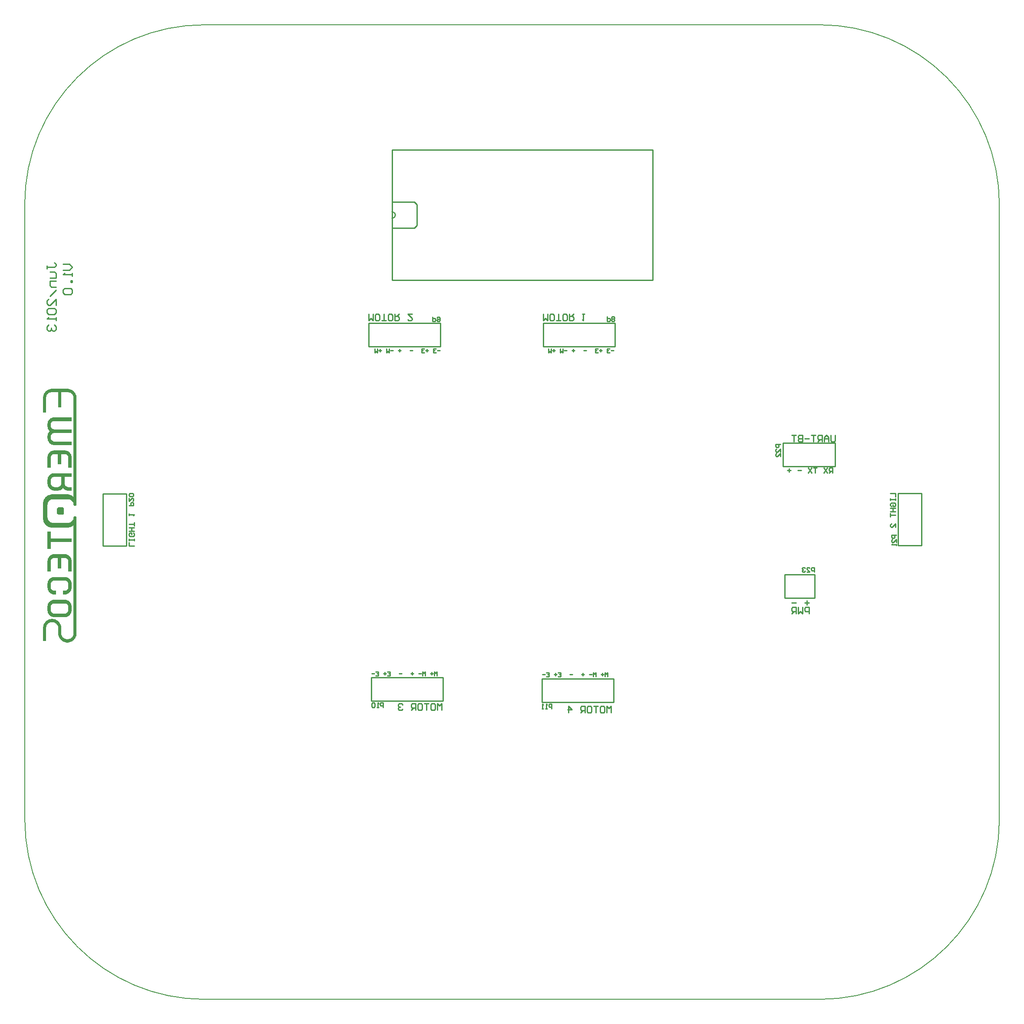
<source format=gbo>
%FSLAX23Y23*%
%MOIN*%
G70*
G01*
G75*
G04 Layer_Color=32896*
%ADD10C,0.008*%
%ADD11C,0.059*%
%ADD12R,0.035X0.037*%
%ADD13R,0.035X0.037*%
%ADD14R,0.045X0.069*%
%ADD15R,0.055X0.047*%
%ADD16R,0.055X0.043*%
%ADD17O,0.024X0.087*%
%ADD18R,0.039X0.094*%
%ADD19R,0.130X0.094*%
%ADD20O,0.065X0.022*%
%ADD21O,0.022X0.065*%
%ADD22R,0.043X0.055*%
%ADD23R,0.043X0.067*%
%ADD24R,0.067X0.043*%
%ADD25R,0.050X0.100*%
%ADD26R,0.057X0.094*%
%ADD27R,0.069X0.045*%
G04:AMPARAMS|DCode=28|XSize=69mil|YSize=45mil|CornerRadius=0mil|HoleSize=0mil|Usage=FLASHONLY|Rotation=225.000|XOffset=0mil|YOffset=0mil|HoleType=Round|Shape=Rectangle|*
%AMROTATEDRECTD28*
4,1,4,0.008,0.040,0.040,0.008,-0.008,-0.040,-0.040,-0.008,0.008,0.040,0.0*
%
%ADD28ROTATEDRECTD28*%

G04:AMPARAMS|DCode=29|XSize=69mil|YSize=45mil|CornerRadius=0mil|HoleSize=0mil|Usage=FLASHONLY|Rotation=315.000|XOffset=0mil|YOffset=0mil|HoleType=Round|Shape=Rectangle|*
%AMROTATEDRECTD29*
4,1,4,-0.040,0.008,-0.008,0.040,0.040,-0.008,0.008,-0.040,-0.040,0.008,0.0*
%
%ADD29ROTATEDRECTD29*%

%ADD30R,0.047X0.047*%
%ADD31R,0.047X0.047*%
G04:AMPARAMS|DCode=32|XSize=47mil|YSize=47mil|CornerRadius=0mil|HoleSize=0mil|Usage=FLASHONLY|Rotation=225.000|XOffset=0mil|YOffset=0mil|HoleType=Round|Shape=Rectangle|*
%AMROTATEDRECTD32*
4,1,4,0.000,0.033,0.033,0.000,0.000,-0.033,-0.033,0.000,0.000,0.033,0.0*
%
%ADD32ROTATEDRECTD32*%

G04:AMPARAMS|DCode=33|XSize=47mil|YSize=47mil|CornerRadius=0mil|HoleSize=0mil|Usage=FLASHONLY|Rotation=315.000|XOffset=0mil|YOffset=0mil|HoleType=Round|Shape=Rectangle|*
%AMROTATEDRECTD33*
4,1,4,-0.033,0.000,0.000,0.033,0.033,0.000,0.000,-0.033,-0.033,0.000,0.0*
%
%ADD33ROTATEDRECTD33*%

%ADD34O,0.022X0.010*%
%ADD35O,0.010X0.022*%
%ADD36C,0.010*%
%ADD37C,0.012*%
%ADD38C,0.009*%
%ADD39C,0.020*%
%ADD40C,0.030*%
%ADD41C,0.005*%
%ADD42R,0.047X0.047*%
%ADD43C,0.047*%
%ADD44C,0.060*%
%ADD45C,0.063*%
%ADD46R,0.060X0.060*%
%ADD47R,0.059X0.059*%
%ADD48R,0.059X0.059*%
%ADD49C,0.051*%
%ADD50C,0.039*%
%ADD51R,0.047X0.047*%
%ADD52O,0.100X0.050*%
%ADD53R,0.100X0.050*%
%ADD54C,0.031*%
%ADD55C,0.024*%
%ADD56C,0.026*%
%ADD57C,0.004*%
%ADD58C,0.010*%
%ADD59C,0.008*%
%ADD60C,0.024*%
%ADD61C,0.016*%
%ADD62C,0.001*%
%ADD63C,0.020*%
%ADD64C,0.006*%
%ADD65C,0.067*%
%ADD66R,0.043X0.045*%
%ADD67R,0.043X0.045*%
%ADD68R,0.053X0.077*%
%ADD69R,0.063X0.055*%
%ADD70R,0.063X0.051*%
%ADD71O,0.032X0.095*%
%ADD72R,0.047X0.102*%
%ADD73R,0.138X0.102*%
%ADD74O,0.073X0.030*%
%ADD75O,0.030X0.073*%
%ADD76R,0.051X0.063*%
%ADD77R,0.051X0.075*%
%ADD78R,0.075X0.051*%
%ADD79R,0.058X0.108*%
%ADD80R,0.065X0.102*%
%ADD81R,0.077X0.053*%
G04:AMPARAMS|DCode=82|XSize=77mil|YSize=53mil|CornerRadius=0mil|HoleSize=0mil|Usage=FLASHONLY|Rotation=225.000|XOffset=0mil|YOffset=0mil|HoleType=Round|Shape=Rectangle|*
%AMROTATEDRECTD82*
4,1,4,0.008,0.046,0.046,0.008,-0.008,-0.046,-0.046,-0.008,0.008,0.046,0.0*
%
%ADD82ROTATEDRECTD82*%

G04:AMPARAMS|DCode=83|XSize=77mil|YSize=53mil|CornerRadius=0mil|HoleSize=0mil|Usage=FLASHONLY|Rotation=315.000|XOffset=0mil|YOffset=0mil|HoleType=Round|Shape=Rectangle|*
%AMROTATEDRECTD83*
4,1,4,-0.046,0.008,-0.008,0.046,0.046,-0.008,0.008,-0.046,-0.046,0.008,0.0*
%
%ADD83ROTATEDRECTD83*%

%ADD84R,0.055X0.055*%
%ADD85R,0.055X0.055*%
G04:AMPARAMS|DCode=86|XSize=55mil|YSize=55mil|CornerRadius=0mil|HoleSize=0mil|Usage=FLASHONLY|Rotation=225.000|XOffset=0mil|YOffset=0mil|HoleType=Round|Shape=Rectangle|*
%AMROTATEDRECTD86*
4,1,4,0.000,0.039,0.039,0.000,0.000,-0.039,-0.039,0.000,0.000,0.039,0.0*
%
%ADD86ROTATEDRECTD86*%

G04:AMPARAMS|DCode=87|XSize=55mil|YSize=55mil|CornerRadius=0mil|HoleSize=0mil|Usage=FLASHONLY|Rotation=315.000|XOffset=0mil|YOffset=0mil|HoleType=Round|Shape=Rectangle|*
%AMROTATEDRECTD87*
4,1,4,-0.039,0.000,0.000,0.039,0.039,0.000,0.000,-0.039,-0.039,0.000,0.0*
%
%ADD87ROTATEDRECTD87*%

%ADD88O,0.030X0.018*%
%ADD89O,0.018X0.030*%
%ADD90R,0.055X0.055*%
%ADD91C,0.055*%
%ADD92C,0.068*%
%ADD93C,0.071*%
%ADD94R,0.068X0.068*%
%ADD95R,0.067X0.067*%
%ADD96R,0.067X0.067*%
%ADD97C,0.059*%
%ADD98C,0.047*%
%ADD99R,0.055X0.055*%
%ADD100O,0.108X0.058*%
%ADD101R,0.108X0.058*%
%ADD102C,0.032*%
%ADD103C,0.002*%
D36*
X-920Y2255D02*
G03*
X-920Y2305I0J25D01*
G01*
X-920Y2205D02*
Y2255D01*
X-750Y2180D02*
X-730Y2200D01*
X-920Y2255D02*
Y2780D01*
X1080Y1780D02*
Y2780D01*
X-920Y1780D02*
Y2205D01*
Y1780D02*
X1080D01*
X-920Y2780D02*
X1080D01*
X-920Y2380D02*
X-750D01*
X-730Y2360D01*
X-920Y2180D02*
X-750D01*
X-730Y2200D02*
Y2360D01*
X790Y1270D02*
Y1450D01*
X240D02*
X790D01*
X240Y1270D02*
Y1450D01*
Y1270D02*
X790D01*
X-550D02*
Y1450D01*
X-1100D02*
X-550D01*
X-1100Y1270D02*
Y1450D01*
Y1270D02*
X-550D01*
X-530Y-1450D02*
Y-1270D01*
X-1080D02*
X-530D01*
X-1080Y-1450D02*
Y-1270D01*
Y-1450D02*
X-530D01*
X780Y-1460D02*
Y-1280D01*
X230D02*
X780D01*
X230Y-1460D02*
Y-1280D01*
Y-1460D02*
X780D01*
X2965Y145D02*
X3145D01*
X2965Y-255D02*
Y145D01*
Y-255D02*
X3145D01*
Y145D01*
X-3140Y140D02*
X-2960D01*
X-3140Y-260D02*
Y140D01*
Y-260D02*
X-2960D01*
Y140D01*
X2080Y350D02*
X2480D01*
X2080D02*
Y530D01*
X2480D01*
Y350D02*
Y530D01*
X2094Y-661D02*
Y-481D01*
Y-661D02*
X2324D01*
Y-481D01*
X2094D02*
X2324D01*
X2950Y-175D02*
X2915D01*
Y-192D01*
X2921Y-198D01*
X2933D01*
X2938Y-192D01*
Y-175D01*
X2950Y-233D02*
Y-210D01*
X2927Y-233D01*
X2921D01*
X2915Y-227D01*
Y-216D01*
X2921Y-210D01*
X2950Y-245D02*
Y-257D01*
Y-251D01*
X2915D01*
X2921Y-245D01*
X729Y1500D02*
Y1465D01*
X746D01*
X752Y1471D01*
Y1483D01*
X746Y1488D01*
X729D01*
X764Y1471D02*
X770Y1465D01*
X781D01*
X787Y1471D01*
Y1477D01*
X781Y1483D01*
X787Y1488D01*
Y1494D01*
X781Y1500D01*
X770D01*
X764Y1494D01*
Y1488D01*
X770Y1483D01*
X764Y1477D01*
Y1471D01*
X770Y1483D02*
X781D01*
X-611Y1498D02*
Y1463D01*
X-594D01*
X-588Y1469D01*
Y1481D01*
X-594Y1486D01*
X-611D01*
X-576Y1492D02*
X-570Y1498D01*
X-559D01*
X-553Y1492D01*
Y1469D01*
X-559Y1463D01*
X-570D01*
X-576Y1469D01*
Y1475D01*
X-570Y1481D01*
X-553D01*
X-989Y-1498D02*
Y-1463D01*
X-1006D01*
X-1012Y-1469D01*
Y-1481D01*
X-1006Y-1486D01*
X-989D01*
X-1024Y-1498D02*
X-1036D01*
X-1030D01*
Y-1463D01*
X-1024Y-1469D01*
X-1053D02*
X-1059Y-1463D01*
X-1071D01*
X-1076Y-1469D01*
Y-1492D01*
X-1071Y-1498D01*
X-1059D01*
X-1053Y-1492D01*
Y-1469D01*
X305Y-1509D02*
Y-1474D01*
X288D01*
X282Y-1480D01*
Y-1492D01*
X288Y-1497D01*
X305D01*
X270Y-1509D02*
X258D01*
X264D01*
Y-1474D01*
X270Y-1480D01*
X241Y-1509D02*
X229D01*
X235D01*
Y-1474D01*
X241Y-1480D01*
X-2940Y50D02*
X-2905D01*
Y67D01*
X-2911Y73D01*
X-2923D01*
X-2928Y67D01*
Y50D01*
X-2940Y108D02*
Y85D01*
X-2917Y108D01*
X-2911D01*
X-2905Y102D01*
Y91D01*
X-2911Y85D01*
Y120D02*
X-2905Y126D01*
Y137D01*
X-2911Y143D01*
X-2934D01*
X-2940Y137D01*
Y126D01*
X-2934Y120D01*
X-2911D01*
X2060Y520D02*
X2025D01*
Y503D01*
X2031Y497D01*
X2043D01*
X2048Y503D01*
Y520D01*
X2060Y462D02*
Y485D01*
X2037Y462D01*
X2031D01*
X2025Y468D01*
Y479D01*
X2031Y485D01*
X2060Y427D02*
Y450D01*
X2037Y427D01*
X2031D01*
X2025Y433D01*
Y444D01*
X2031Y450D01*
X2320Y-460D02*
Y-425D01*
X2303D01*
X2297Y-431D01*
Y-443D01*
X2303Y-448D01*
X2320D01*
X2262Y-460D02*
X2285D01*
X2262Y-437D01*
Y-431D01*
X2268Y-425D01*
X2279D01*
X2285Y-431D01*
X2250D02*
X2244Y-425D01*
X2233D01*
X2227Y-431D01*
Y-437D01*
X2233Y-443D01*
X2238D01*
X2233D01*
X2227Y-448D01*
Y-454D01*
X2233Y-460D01*
X2244D01*
X2250Y-454D01*
X2905Y145D02*
X2945D01*
Y118D01*
X2905Y105D02*
Y92D01*
Y98D01*
X2945D01*
Y105D01*
Y92D01*
X2912Y45D02*
X2905Y52D01*
Y65D01*
X2912Y72D01*
X2938D01*
X2945Y65D01*
Y52D01*
X2938Y45D01*
X2925D01*
Y58D01*
X2905Y32D02*
X2945D01*
X2925D01*
Y5D01*
X2905D01*
X2945D01*
X2905Y-8D02*
Y-35D01*
Y-22D01*
X2945D01*
Y-115D02*
Y-88D01*
X2918Y-115D01*
X2912D01*
X2905Y-108D01*
Y-95D01*
X2912Y-88D01*
X-2900Y-260D02*
X-2940D01*
Y-233D01*
X-2900Y-220D02*
Y-207D01*
Y-213D01*
X-2940D01*
Y-220D01*
Y-207D01*
X-2907Y-160D02*
X-2900Y-167D01*
Y-180D01*
X-2907Y-187D01*
X-2933D01*
X-2940Y-180D01*
Y-167D01*
X-2933Y-160D01*
X-2920D01*
Y-173D01*
X-2900Y-147D02*
X-2940D01*
X-2920D01*
Y-120D01*
X-2900D01*
X-2940D01*
X-2900Y-107D02*
Y-80D01*
Y-93D01*
X-2940D01*
Y-27D02*
Y-13D01*
Y-20D01*
X-2900D01*
X-2907Y-27D01*
X2460Y300D02*
Y340D01*
X2440D01*
X2433Y333D01*
Y320D01*
X2440Y313D01*
X2460D01*
X2447D02*
X2433Y300D01*
X2420Y340D02*
X2393Y300D01*
Y340D02*
X2420Y300D01*
X2340Y340D02*
X2313D01*
X2327D01*
Y300D01*
X2300Y340D02*
X2273Y300D01*
Y340D02*
X2300Y300D01*
X2220Y320D02*
X2193D01*
X2140D02*
X2113D01*
X2127Y333D02*
Y307D01*
X2480Y590D02*
Y548D01*
X2472Y540D01*
X2455D01*
X2447Y548D01*
Y590D01*
X2430Y540D02*
Y573D01*
X2413Y590D01*
X2397Y573D01*
Y540D01*
Y565D01*
X2430D01*
X2380Y540D02*
Y590D01*
X2355D01*
X2347Y582D01*
Y565D01*
X2355Y557D01*
X2380D01*
X2363D02*
X2347Y540D01*
X2330Y590D02*
X2297D01*
X2313D01*
Y540D01*
X2280Y565D02*
X2247D01*
X2230Y590D02*
Y540D01*
X2205D01*
X2197Y548D01*
Y557D01*
X2205Y565D01*
X2230D01*
X2205D01*
X2197Y573D01*
Y582D01*
X2205Y590D01*
X2230D01*
X2180D02*
X2147D01*
X2163D01*
Y540D01*
X2280Y-695D02*
X2247D01*
X2263Y-678D02*
Y-712D01*
X2180Y-695D02*
X2147D01*
X2280Y-780D02*
Y-730D01*
X2255D01*
X2247Y-738D01*
Y-755D01*
X2255Y-763D01*
X2280D01*
X2230Y-730D02*
Y-780D01*
X2213Y-763D01*
X2197Y-780D01*
Y-730D01*
X2180Y-780D02*
Y-730D01*
X2155D01*
X2147Y-738D01*
Y-755D01*
X2155Y-763D01*
X2180D01*
X2163D02*
X2147Y-780D01*
X-540Y-1520D02*
Y-1470D01*
X-557Y-1487D01*
X-573Y-1470D01*
Y-1520D01*
X-615Y-1470D02*
X-598D01*
X-590Y-1478D01*
Y-1512D01*
X-598Y-1520D01*
X-615D01*
X-623Y-1512D01*
Y-1478D01*
X-615Y-1470D01*
X-640D02*
X-673D01*
X-657D01*
Y-1520D01*
X-715Y-1470D02*
X-698D01*
X-690Y-1478D01*
Y-1512D01*
X-698Y-1520D01*
X-715D01*
X-723Y-1512D01*
Y-1478D01*
X-715Y-1470D01*
X-740Y-1520D02*
Y-1470D01*
X-765D01*
X-773Y-1478D01*
Y-1495D01*
X-765Y-1503D01*
X-740D01*
X-757D02*
X-773Y-1520D01*
X-840Y-1478D02*
X-848Y-1470D01*
X-865D01*
X-873Y-1478D01*
Y-1487D01*
X-865Y-1495D01*
X-857D01*
X-865D01*
X-873Y-1503D01*
Y-1512D01*
X-865Y-1520D01*
X-848D01*
X-840Y-1512D01*
X-1100Y1520D02*
Y1470D01*
X-1083Y1487D01*
X-1067Y1470D01*
Y1520D01*
X-1025Y1470D02*
X-1042D01*
X-1050Y1478D01*
Y1512D01*
X-1042Y1520D01*
X-1025D01*
X-1017Y1512D01*
Y1478D01*
X-1025Y1470D01*
X-1000D02*
X-967D01*
X-983D01*
Y1520D01*
X-925Y1470D02*
X-942D01*
X-950Y1478D01*
Y1512D01*
X-942Y1520D01*
X-925D01*
X-917Y1512D01*
Y1478D01*
X-925Y1470D01*
X-900Y1520D02*
Y1470D01*
X-875D01*
X-867Y1478D01*
Y1495D01*
X-875Y1503D01*
X-900D01*
X-883D02*
X-867Y1520D01*
X-767D02*
X-800D01*
X-767Y1487D01*
Y1478D01*
X-775Y1470D01*
X-792D01*
X-800Y1478D01*
X240Y1520D02*
Y1470D01*
X257Y1487D01*
X273Y1470D01*
Y1520D01*
X315Y1470D02*
X298D01*
X290Y1478D01*
Y1512D01*
X298Y1520D01*
X315D01*
X323Y1512D01*
Y1478D01*
X315Y1470D01*
X340D02*
X373D01*
X357D01*
Y1520D01*
X415Y1470D02*
X398D01*
X390Y1478D01*
Y1512D01*
X398Y1520D01*
X415D01*
X423Y1512D01*
Y1478D01*
X415Y1470D01*
X440Y1520D02*
Y1470D01*
X465D01*
X473Y1478D01*
Y1495D01*
X465Y1503D01*
X440D01*
X457D02*
X473Y1520D01*
X540D02*
X557D01*
X548D01*
Y1470D01*
X540Y1478D01*
X760Y-1540D02*
Y-1490D01*
X743Y-1507D01*
X727Y-1490D01*
Y-1540D01*
X685Y-1490D02*
X702D01*
X710Y-1498D01*
Y-1532D01*
X702Y-1540D01*
X685D01*
X677Y-1532D01*
Y-1498D01*
X685Y-1490D01*
X660D02*
X627D01*
X643D01*
Y-1540D01*
X585Y-1490D02*
X602D01*
X610Y-1498D01*
Y-1532D01*
X602Y-1540D01*
X585D01*
X577Y-1532D01*
Y-1498D01*
X585Y-1490D01*
X560Y-1540D02*
Y-1490D01*
X535D01*
X527Y-1498D01*
Y-1515D01*
X535Y-1523D01*
X560D01*
X543D02*
X527Y-1540D01*
X435D02*
Y-1490D01*
X460Y-1515D01*
X427D01*
X-3570Y1868D02*
Y1892D01*
Y1880D01*
X-3512D01*
X-3500Y1892D01*
Y1903D01*
X-3512Y1915D01*
X-3547Y1845D02*
X-3512D01*
X-3500Y1833D01*
Y1798D01*
X-3547D01*
X-3500Y1775D02*
X-3547D01*
Y1740D01*
X-3535Y1728D01*
X-3500D01*
Y1705D02*
X-3547Y1658D01*
X-3500Y1588D02*
Y1635D01*
X-3547Y1588D01*
X-3558D01*
X-3570Y1600D01*
Y1623D01*
X-3558Y1635D01*
Y1565D02*
X-3570Y1553D01*
Y1530D01*
X-3558Y1518D01*
X-3512D01*
X-3500Y1530D01*
Y1553D01*
X-3512Y1565D01*
X-3558D01*
X-3500Y1495D02*
Y1472D01*
Y1483D01*
X-3570D01*
X-3558Y1495D01*
Y1437D02*
X-3570Y1425D01*
Y1402D01*
X-3558Y1390D01*
X-3547D01*
X-3535Y1402D01*
Y1413D01*
Y1402D01*
X-3523Y1390D01*
X-3512D01*
X-3500Y1402D01*
Y1425D01*
X-3512Y1437D01*
X-3445Y1905D02*
X-3398D01*
X-3375Y1882D01*
X-3398Y1858D01*
X-3445D01*
X-3375Y1835D02*
Y1812D01*
Y1823D01*
X-3445D01*
X-3433Y1835D01*
X-3375Y1777D02*
X-3387D01*
Y1765D01*
X-3375D01*
Y1777D01*
X-3433Y1718D02*
X-3445Y1707D01*
Y1683D01*
X-3433Y1672D01*
X-3387D01*
X-3375Y1683D01*
Y1707D01*
X-3387Y1718D01*
X-3433D01*
X281Y1255D02*
Y1225D01*
X291Y1235D01*
X301Y1225D01*
Y1255D01*
X311Y1240D02*
X331D01*
X321Y1230D02*
Y1250D01*
X371Y1255D02*
Y1225D01*
X381Y1235D01*
X391Y1225D01*
Y1255D01*
X401Y1240D02*
X421D01*
X461D02*
X481D01*
X471Y1230D02*
Y1250D01*
X551Y1240D02*
X571D01*
X661Y1225D02*
X641D01*
Y1255D01*
X661D01*
X641Y1240D02*
X651D01*
X671D02*
X691D01*
X681Y1230D02*
Y1250D01*
X751Y1225D02*
X731D01*
Y1255D01*
X751D01*
X731Y1240D02*
X741D01*
X761D02*
X781D01*
X-1052Y1254D02*
Y1224D01*
X-1042Y1234D01*
X-1032Y1224D01*
Y1254D01*
X-1022Y1239D02*
X-1002D01*
X-1012Y1229D02*
Y1249D01*
X-962Y1254D02*
Y1224D01*
X-952Y1234D01*
X-942Y1224D01*
Y1254D01*
X-932Y1239D02*
X-912D01*
X-872D02*
X-852D01*
X-862Y1229D02*
Y1249D01*
X-782Y1239D02*
X-762D01*
X-672Y1224D02*
X-692D01*
Y1254D01*
X-672D01*
X-692Y1239D02*
X-682D01*
X-662D02*
X-642D01*
X-652Y1229D02*
Y1249D01*
X-582Y1224D02*
X-602D01*
Y1254D01*
X-582D01*
X-602Y1239D02*
X-592D01*
X-572D02*
X-552D01*
X-577Y-1255D02*
Y-1225D01*
X-587Y-1235D01*
X-597Y-1225D01*
Y-1255D01*
X-607Y-1240D02*
X-627D01*
X-617Y-1230D02*
Y-1250D01*
X-667Y-1255D02*
Y-1225D01*
X-677Y-1235D01*
X-687Y-1225D01*
Y-1255D01*
X-697Y-1240D02*
X-717D01*
X-757D02*
X-777D01*
X-767Y-1230D02*
Y-1250D01*
X-847Y-1240D02*
X-867D01*
X-957Y-1225D02*
X-937D01*
Y-1255D01*
X-957D01*
X-937Y-1240D02*
X-947D01*
X-967D02*
X-987D01*
X-977Y-1230D02*
Y-1250D01*
X-1047Y-1225D02*
X-1027D01*
Y-1255D01*
X-1047D01*
X-1027Y-1240D02*
X-1037D01*
X-1057D02*
X-1077D01*
X735Y-1262D02*
Y-1232D01*
X725Y-1242D01*
X715Y-1232D01*
Y-1262D01*
X705Y-1247D02*
X685D01*
X695Y-1237D02*
Y-1257D01*
X645Y-1262D02*
Y-1232D01*
X635Y-1242D01*
X625Y-1232D01*
Y-1262D01*
X615Y-1247D02*
X595D01*
X555D02*
X535D01*
X545Y-1237D02*
Y-1257D01*
X465Y-1247D02*
X445D01*
X355Y-1232D02*
X375D01*
Y-1262D01*
X355D01*
X375Y-1247D02*
X365D01*
X345D02*
X325D01*
X335Y-1237D02*
Y-1257D01*
X265Y-1232D02*
X285D01*
Y-1262D01*
X265D01*
X285Y-1247D02*
X275D01*
X255D02*
X235D01*
D41*
X2363Y-3740D02*
G03*
X3741Y-2362I0J1378D01*
G01*
X-3739D02*
G03*
X-2362Y-3740I1378J0D01*
G01*
Y3740D02*
G03*
X-3739Y2362I0J-1378D01*
G01*
X3741D02*
G03*
X2363Y3740I-1378J0D01*
G01*
X-2362Y-3740D02*
X2363D01*
X-3739Y-2362D02*
Y2362D01*
X-2362Y3740D02*
X2363D01*
X3741Y-2362D02*
Y2362D01*
D103*
X-3346Y-938D02*
Y-38D01*
Y58D02*
Y886D01*
X-3348Y-948D02*
Y-36D01*
Y54D02*
Y896D01*
X-3350Y-954D02*
Y-34D01*
Y54D02*
Y902D01*
X-3352Y-958D02*
Y-32D01*
Y52D02*
Y906D01*
X-3354Y-962D02*
Y-32D01*
Y52D02*
Y910D01*
X-3356Y-966D02*
Y-32D01*
Y52D02*
Y914D01*
X-3358Y-968D02*
Y-32D01*
Y52D02*
Y916D01*
X-3360Y-970D02*
Y-32D01*
Y52D02*
Y918D01*
X-3362Y-974D02*
Y-34D01*
Y54D02*
Y922D01*
X-3364Y-976D02*
Y-36D01*
Y54D02*
Y924D01*
X-3366Y-978D02*
Y-38D01*
Y58D02*
Y926D01*
X-3368Y-980D02*
Y-940D01*
Y-98D02*
Y-52D01*
Y72D02*
Y118D01*
Y888D02*
Y928D01*
X-3370Y-982D02*
Y-946D01*
Y-100D02*
Y-58D01*
Y76D02*
Y118D01*
Y894D02*
Y930D01*
X-3372Y-982D02*
Y-952D01*
Y-102D02*
Y-60D01*
Y80D02*
Y120D01*
Y900D02*
Y930D01*
X-3374Y-984D02*
Y-954D01*
Y-102D02*
Y-64D01*
Y82D02*
Y122D01*
Y902D02*
Y932D01*
X-3376Y-986D02*
Y-958D01*
Y-104D02*
Y-66D01*
Y84D02*
Y124D01*
Y906D02*
Y934D01*
X-3378Y-988D02*
Y-960D01*
Y-106D02*
Y-68D01*
Y86D02*
Y124D01*
Y908D02*
Y936D01*
X-3380Y-988D02*
Y-962D01*
Y-106D02*
Y-70D01*
Y88D02*
Y126D01*
Y910D02*
Y936D01*
X-3382Y-990D02*
Y-964D01*
Y-108D02*
Y-72D01*
Y90D02*
Y128D01*
Y912D02*
Y938D01*
X-3384Y-990D02*
Y-966D01*
Y-760D02*
Y-716D01*
Y-586D02*
Y-540D01*
Y-454D02*
Y-366D01*
Y-226D02*
Y-202D01*
Y-108D02*
Y-74D01*
Y92D02*
Y128D01*
Y168D02*
Y192D01*
Y274D02*
Y298D01*
Y344D02*
Y430D01*
Y518D02*
Y542D01*
Y610D02*
Y634D01*
Y702D02*
Y728D01*
Y914D02*
Y938D01*
X-3386Y-992D02*
Y-968D01*
Y-768D02*
Y-708D01*
Y-594D02*
Y-534D01*
Y-454D02*
Y-358D01*
Y-226D02*
Y-202D01*
Y-110D02*
Y-74D01*
Y94D02*
Y130D01*
Y168D02*
Y192D01*
Y274D02*
Y298D01*
Y344D02*
Y438D01*
Y518D02*
Y542D01*
Y610D02*
Y634D01*
Y702D02*
Y728D01*
Y916D02*
Y940D01*
X-3388Y-992D02*
Y-968D01*
Y-772D02*
Y-704D01*
Y-598D02*
Y-528D01*
Y-454D02*
Y-354D01*
Y-226D02*
Y-202D01*
Y-110D02*
Y-76D01*
Y96D02*
Y130D01*
Y168D02*
Y192D01*
Y274D02*
Y298D01*
Y344D02*
Y444D01*
Y518D02*
Y542D01*
Y610D02*
Y634D01*
Y702D02*
Y728D01*
Y916D02*
Y940D01*
X-3390Y-994D02*
Y-970D01*
Y-776D02*
Y-700D01*
Y-602D02*
Y-524D01*
Y-454D02*
Y-350D01*
Y-226D02*
Y-202D01*
Y-112D02*
Y-78D01*
Y96D02*
Y130D01*
Y168D02*
Y192D01*
Y274D02*
Y298D01*
Y344D02*
Y448D01*
Y518D02*
Y542D01*
Y610D02*
Y634D01*
Y702D02*
Y728D01*
Y918D02*
Y942D01*
X-3392Y-994D02*
Y-972D01*
Y-780D02*
Y-696D01*
Y-606D02*
Y-522D01*
Y-454D02*
Y-346D01*
Y-226D02*
Y-202D01*
Y-112D02*
Y-78D01*
Y98D02*
Y132D01*
Y168D02*
Y192D01*
Y274D02*
Y298D01*
Y344D02*
Y450D01*
Y518D02*
Y542D01*
Y610D02*
Y634D01*
Y702D02*
Y728D01*
Y920D02*
Y942D01*
X-3394Y-994D02*
Y-972D01*
Y-782D02*
Y-694D01*
Y-608D02*
Y-518D01*
Y-454D02*
Y-344D01*
Y-226D02*
Y-202D01*
Y-112D02*
Y-80D01*
Y98D02*
Y132D01*
Y168D02*
Y192D01*
Y274D02*
Y298D01*
Y344D02*
Y452D01*
Y518D02*
Y542D01*
Y610D02*
Y634D01*
Y702D02*
Y728D01*
Y920D02*
Y942D01*
X-3396Y-996D02*
Y-972D01*
Y-784D02*
Y-692D01*
Y-610D02*
Y-516D01*
Y-454D02*
Y-342D01*
Y-226D02*
Y-202D01*
Y-114D02*
Y-80D01*
Y100D02*
Y132D01*
Y168D02*
Y192D01*
Y274D02*
Y298D01*
Y344D02*
Y456D01*
Y518D02*
Y542D01*
Y610D02*
Y634D01*
Y702D02*
Y728D01*
Y920D02*
Y944D01*
X-3398Y-996D02*
Y-974D01*
Y-788D02*
Y-688D01*
Y-612D02*
Y-514D01*
Y-454D02*
Y-340D01*
Y-226D02*
Y-202D01*
Y-114D02*
Y-80D01*
Y100D02*
Y134D01*
Y168D02*
Y192D01*
Y274D02*
Y298D01*
Y344D02*
Y458D01*
Y518D02*
Y542D01*
Y610D02*
Y634D01*
Y702D02*
Y728D01*
Y922D02*
Y944D01*
X-3400Y-996D02*
Y-974D01*
Y-790D02*
Y-686D01*
Y-614D02*
Y-512D01*
Y-454D02*
Y-338D01*
Y-226D02*
Y-202D01*
Y-114D02*
Y-82D01*
Y102D02*
Y134D01*
Y168D02*
Y192D01*
Y274D02*
Y298D01*
Y344D02*
Y460D01*
Y518D02*
Y542D01*
Y610D02*
Y634D01*
Y702D02*
Y728D01*
Y922D02*
Y944D01*
X-3402Y-996D02*
Y-974D01*
Y-790D02*
Y-686D01*
Y-616D02*
Y-510D01*
Y-454D02*
Y-336D01*
Y-226D02*
Y-202D01*
Y-114D02*
Y-82D01*
Y102D02*
Y134D01*
Y168D02*
Y192D01*
Y274D02*
Y298D01*
Y344D02*
Y462D01*
Y518D02*
Y542D01*
Y610D02*
Y634D01*
Y702D02*
Y728D01*
Y922D02*
Y944D01*
X-3404Y-996D02*
Y-976D01*
Y-792D02*
Y-684D01*
Y-618D02*
Y-508D01*
Y-454D02*
Y-334D01*
Y-226D02*
Y-202D01*
Y-116D02*
Y-82D01*
Y102D02*
Y134D01*
Y168D02*
Y192D01*
Y274D02*
Y298D01*
Y344D02*
Y462D01*
Y518D02*
Y542D01*
Y610D02*
Y634D01*
Y702D02*
Y728D01*
Y924D02*
Y944D01*
X-3406Y-998D02*
Y-976D01*
Y-794D02*
Y-682D01*
Y-620D02*
Y-508D01*
Y-454D02*
Y-332D01*
Y-226D02*
Y-202D01*
Y-116D02*
Y-82D01*
Y102D02*
Y134D01*
Y168D02*
Y192D01*
Y274D02*
Y298D01*
Y344D02*
Y464D01*
Y518D02*
Y542D01*
Y610D02*
Y634D01*
Y702D02*
Y728D01*
Y924D02*
Y946D01*
X-3408Y-998D02*
Y-976D01*
Y-796D02*
Y-756D01*
Y-720D02*
Y-680D01*
Y-620D02*
Y-582D01*
Y-544D02*
Y-506D01*
Y-370D02*
Y-332D01*
Y-226D02*
Y-202D01*
Y-116D02*
Y-84D01*
Y102D02*
Y136D01*
Y168D02*
Y192D01*
Y274D02*
Y298D01*
Y426D02*
Y466D01*
Y518D02*
Y542D01*
Y610D02*
Y634D01*
Y702D02*
Y728D01*
Y924D02*
Y946D01*
X-3410Y-998D02*
Y-976D01*
Y-796D02*
Y-764D01*
Y-712D02*
Y-680D01*
Y-622D02*
Y-588D01*
Y-538D02*
Y-504D01*
Y-364D02*
Y-330D01*
Y-226D02*
Y-202D01*
Y-116D02*
Y-84D01*
Y102D02*
Y136D01*
Y168D02*
Y192D01*
Y274D02*
Y298D01*
Y434D02*
Y466D01*
Y518D02*
Y542D01*
Y610D02*
Y634D01*
Y702D02*
Y728D01*
Y924D02*
Y946D01*
X-3412Y-998D02*
Y-976D01*
Y-798D02*
Y-766D01*
Y-710D02*
Y-678D01*
Y-624D02*
Y-592D01*
Y-534D02*
Y-504D01*
Y-360D02*
Y-330D01*
Y-226D02*
Y-202D01*
Y-116D02*
Y-84D01*
Y102D02*
Y136D01*
Y168D02*
Y194D01*
Y274D02*
Y298D01*
Y438D02*
Y468D01*
Y518D02*
Y542D01*
Y610D02*
Y634D01*
Y702D02*
Y728D01*
Y924D02*
Y946D01*
X-3414Y-998D02*
Y-976D01*
Y-798D02*
Y-770D01*
Y-706D02*
Y-678D01*
Y-624D02*
Y-594D01*
Y-532D02*
Y-502D01*
Y-358D02*
Y-328D01*
Y-226D02*
Y-202D01*
Y-116D02*
Y-84D01*
Y102D02*
Y136D01*
Y168D02*
Y194D01*
Y274D02*
Y298D01*
Y440D02*
Y468D01*
Y518D02*
Y542D01*
Y610D02*
Y634D01*
Y702D02*
Y728D01*
Y924D02*
Y946D01*
X-3416Y-998D02*
Y-976D01*
Y-800D02*
Y-772D01*
Y-704D02*
Y-676D01*
Y-624D02*
Y-596D01*
Y-530D02*
Y-502D01*
Y-356D02*
Y-328D01*
Y-226D02*
Y-202D01*
Y-116D02*
Y-84D01*
Y102D02*
Y136D01*
Y168D02*
Y194D01*
Y274D02*
Y298D01*
Y442D02*
Y470D01*
Y518D02*
Y542D01*
Y610D02*
Y634D01*
Y702D02*
Y728D01*
Y924D02*
Y946D01*
X-3418Y-998D02*
Y-976D01*
Y-800D02*
Y-774D01*
Y-702D02*
Y-676D01*
Y-626D02*
Y-598D01*
Y-528D02*
Y-502D01*
Y-354D02*
Y-326D01*
Y-226D02*
Y-202D01*
Y-116D02*
Y-84D01*
Y102D02*
Y136D01*
Y170D02*
Y194D01*
Y274D02*
Y298D01*
Y444D02*
Y470D01*
Y518D02*
Y542D01*
Y610D02*
Y634D01*
Y702D02*
Y728D01*
Y924D02*
Y946D01*
X-3420Y-998D02*
Y-976D01*
Y-802D02*
Y-774D01*
Y-702D02*
Y-676D01*
Y-626D02*
Y-600D01*
Y-526D02*
Y-500D01*
Y-352D02*
Y-326D01*
Y-226D02*
Y-202D01*
Y-116D02*
Y-84D01*
Y102D02*
Y136D01*
Y170D02*
Y196D01*
Y274D02*
Y298D01*
Y444D02*
Y472D01*
Y518D02*
Y542D01*
Y610D02*
Y634D01*
Y702D02*
Y728D01*
Y924D02*
Y946D01*
X-3422Y-998D02*
Y-976D01*
Y-802D02*
Y-776D01*
Y-700D02*
Y-674D01*
Y-626D02*
Y-602D01*
Y-526D02*
Y-500D01*
Y-352D02*
Y-326D01*
Y-226D02*
Y-202D01*
Y-116D02*
Y-84D01*
Y102D02*
Y136D01*
Y170D02*
Y196D01*
Y274D02*
Y298D01*
Y446D02*
Y472D01*
Y518D02*
Y542D01*
Y610D02*
Y634D01*
Y702D02*
Y728D01*
Y924D02*
Y946D01*
X-3424Y-998D02*
Y-976D01*
Y-802D02*
Y-776D01*
Y-700D02*
Y-674D01*
Y-628D02*
Y-602D01*
Y-524D02*
Y-500D01*
Y-350D02*
Y-324D01*
Y-226D02*
Y-202D01*
Y-116D02*
Y-84D01*
Y102D02*
Y136D01*
Y170D02*
Y198D01*
Y274D02*
Y298D01*
Y448D02*
Y472D01*
Y518D02*
Y542D01*
Y610D02*
Y634D01*
Y702D02*
Y728D01*
Y924D02*
Y946D01*
X-3426Y-996D02*
Y-976D01*
Y-802D02*
Y-778D01*
Y-698D02*
Y-674D01*
Y-628D02*
Y-602D01*
Y-524D02*
Y-500D01*
Y-350D02*
Y-324D01*
Y-226D02*
Y-202D01*
Y-116D02*
Y-84D01*
Y102D02*
Y136D01*
Y172D02*
Y198D01*
Y274D02*
Y298D01*
Y448D02*
Y472D01*
Y518D02*
Y542D01*
Y610D02*
Y634D01*
Y702D02*
Y728D01*
Y924D02*
Y946D01*
X-3428Y-996D02*
Y-974D01*
Y-802D02*
Y-778D01*
Y-698D02*
Y-674D01*
Y-628D02*
Y-604D01*
Y-524D02*
Y-498D01*
Y-348D02*
Y-324D01*
Y-226D02*
Y-202D01*
Y-116D02*
Y-84D01*
Y102D02*
Y136D01*
Y172D02*
Y200D01*
Y274D02*
Y298D01*
Y448D02*
Y472D01*
Y518D02*
Y542D01*
Y610D02*
Y634D01*
Y702D02*
Y728D01*
Y924D02*
Y946D01*
X-3430Y-996D02*
Y-974D01*
Y-804D02*
Y-778D01*
Y-698D02*
Y-674D01*
Y-628D02*
Y-604D01*
Y-524D02*
Y-498D01*
Y-348D02*
Y-324D01*
Y-226D02*
Y-202D01*
Y-116D02*
Y-84D01*
Y102D02*
Y136D01*
Y174D02*
Y202D01*
Y274D02*
Y298D01*
Y448D02*
Y474D01*
Y518D02*
Y542D01*
Y610D02*
Y634D01*
Y702D02*
Y728D01*
Y924D02*
Y946D01*
X-3432Y-996D02*
Y-974D01*
Y-804D02*
Y-778D01*
Y-698D02*
Y-674D01*
Y-628D02*
Y-604D01*
Y-522D02*
Y-498D01*
Y-348D02*
Y-324D01*
Y-226D02*
Y-202D01*
Y-116D02*
Y-84D01*
Y102D02*
Y136D01*
Y174D02*
Y206D01*
Y274D02*
Y298D01*
Y448D02*
Y474D01*
Y518D02*
Y542D01*
Y610D02*
Y634D01*
Y702D02*
Y728D01*
Y924D02*
Y946D01*
X-3434Y-994D02*
Y-972D01*
Y-804D02*
Y-778D01*
Y-698D02*
Y-672D01*
Y-628D02*
Y-604D01*
Y-522D02*
Y-498D01*
Y-348D02*
Y-324D01*
Y-226D02*
Y-202D01*
Y-116D02*
Y-84D01*
Y102D02*
Y136D01*
Y176D02*
Y210D01*
Y274D02*
Y298D01*
Y448D02*
Y474D01*
Y518D02*
Y542D01*
Y610D02*
Y634D01*
Y702D02*
Y728D01*
Y924D02*
Y946D01*
X-3436Y-994D02*
Y-972D01*
Y-804D02*
Y-778D01*
Y-698D02*
Y-672D01*
Y-628D02*
Y-604D01*
Y-522D02*
Y-498D01*
Y-348D02*
Y-324D01*
Y-226D02*
Y-202D01*
Y-116D02*
Y-84D01*
Y102D02*
Y136D01*
Y176D02*
Y218D01*
Y274D02*
Y298D01*
Y448D02*
Y474D01*
Y518D02*
Y542D01*
Y610D02*
Y634D01*
Y702D02*
Y728D01*
Y924D02*
Y946D01*
X-3438Y-994D02*
Y-970D01*
Y-804D02*
Y-778D01*
Y-698D02*
Y-672D01*
Y-628D02*
Y-604D01*
Y-522D02*
Y-498D01*
Y-348D02*
Y-324D01*
Y-226D02*
Y-202D01*
Y-116D02*
Y-84D01*
Y102D02*
Y136D01*
Y178D02*
Y298D01*
Y448D02*
Y474D01*
Y518D02*
Y542D01*
Y610D02*
Y634D01*
Y702D02*
Y728D01*
Y924D02*
Y946D01*
X-3440Y-992D02*
Y-970D01*
Y-804D02*
Y-778D01*
Y-698D02*
Y-672D01*
Y-628D02*
Y-604D01*
Y-522D02*
Y-498D01*
Y-348D02*
Y-324D01*
Y-226D02*
Y-202D01*
Y-116D02*
Y-84D01*
Y102D02*
Y136D01*
Y180D02*
Y298D01*
Y448D02*
Y474D01*
Y518D02*
Y542D01*
Y610D02*
Y634D01*
Y702D02*
Y728D01*
Y924D02*
Y946D01*
X-3442Y-992D02*
Y-968D01*
Y-804D02*
Y-778D01*
Y-698D02*
Y-672D01*
Y-628D02*
Y-604D01*
Y-522D02*
Y-498D01*
Y-348D02*
Y-324D01*
Y-226D02*
Y-202D01*
Y-116D02*
Y-84D01*
Y-10D02*
Y28D01*
Y102D02*
Y136D01*
Y182D02*
Y298D01*
Y448D02*
Y474D01*
Y518D02*
Y542D01*
Y610D02*
Y634D01*
Y702D02*
Y728D01*
Y924D02*
Y946D01*
X-3444Y-992D02*
Y-966D01*
Y-804D02*
Y-778D01*
Y-698D02*
Y-672D01*
Y-628D02*
Y-604D01*
Y-522D02*
Y-498D01*
Y-348D02*
Y-324D01*
Y-226D02*
Y-202D01*
Y-116D02*
Y-84D01*
Y-12D02*
Y32D01*
Y102D02*
Y136D01*
Y184D02*
Y298D01*
Y448D02*
Y474D01*
Y518D02*
Y542D01*
Y610D02*
Y634D01*
Y702D02*
Y728D01*
Y924D02*
Y946D01*
X-3446Y-990D02*
Y-964D01*
Y-804D02*
Y-778D01*
Y-698D02*
Y-672D01*
Y-628D02*
Y-604D01*
Y-522D02*
Y-498D01*
Y-348D02*
Y-324D01*
Y-226D02*
Y-202D01*
Y-116D02*
Y-84D01*
Y-14D02*
Y34D01*
Y102D02*
Y136D01*
Y186D02*
Y298D01*
Y448D02*
Y474D01*
Y518D02*
Y542D01*
Y610D02*
Y634D01*
Y702D02*
Y728D01*
Y924D02*
Y946D01*
X-3448Y-988D02*
Y-964D01*
Y-804D02*
Y-778D01*
Y-698D02*
Y-672D01*
Y-522D02*
Y-498D01*
Y-348D02*
Y-324D01*
Y-226D02*
Y-202D01*
Y-116D02*
Y-84D01*
Y-16D02*
Y34D01*
Y102D02*
Y136D01*
Y186D02*
Y298D01*
Y448D02*
Y474D01*
Y518D02*
Y542D01*
Y610D02*
Y634D01*
Y702D02*
Y728D01*
Y924D02*
Y946D01*
X-3450Y-988D02*
Y-962D01*
Y-804D02*
Y-778D01*
Y-698D02*
Y-672D01*
Y-522D02*
Y-498D01*
Y-348D02*
Y-324D01*
Y-226D02*
Y-202D01*
Y-116D02*
Y-84D01*
Y-16D02*
Y36D01*
Y102D02*
Y136D01*
Y186D02*
Y298D01*
Y448D02*
Y474D01*
Y518D02*
Y542D01*
Y610D02*
Y634D01*
Y702D02*
Y728D01*
Y924D02*
Y946D01*
X-3452Y-986D02*
Y-958D01*
Y-804D02*
Y-778D01*
Y-698D02*
Y-672D01*
Y-522D02*
Y-498D01*
Y-348D02*
Y-324D01*
Y-226D02*
Y-202D01*
Y-116D02*
Y-84D01*
Y-16D02*
Y36D01*
Y102D02*
Y136D01*
Y184D02*
Y298D01*
Y448D02*
Y474D01*
Y518D02*
Y542D01*
Y610D02*
Y634D01*
Y702D02*
Y728D01*
Y924D02*
Y946D01*
X-3454Y-986D02*
Y-956D01*
Y-804D02*
Y-778D01*
Y-698D02*
Y-672D01*
Y-522D02*
Y-498D01*
Y-348D02*
Y-324D01*
Y-226D02*
Y-202D01*
Y-116D02*
Y-84D01*
Y-16D02*
Y36D01*
Y102D02*
Y136D01*
Y182D02*
Y298D01*
Y448D02*
Y474D01*
Y518D02*
Y542D01*
Y610D02*
Y634D01*
Y702D02*
Y728D01*
Y924D02*
Y946D01*
X-3456Y-984D02*
Y-952D01*
Y-804D02*
Y-778D01*
Y-698D02*
Y-672D01*
Y-522D02*
Y-498D01*
Y-348D02*
Y-324D01*
Y-226D02*
Y-202D01*
Y-116D02*
Y-84D01*
Y-16D02*
Y36D01*
Y102D02*
Y136D01*
Y180D02*
Y298D01*
Y448D02*
Y474D01*
Y518D02*
Y542D01*
Y610D02*
Y634D01*
Y702D02*
Y728D01*
Y924D02*
Y946D01*
X-3458Y-982D02*
Y-950D01*
Y-804D02*
Y-778D01*
Y-698D02*
Y-672D01*
Y-522D02*
Y-498D01*
Y-348D02*
Y-324D01*
Y-226D02*
Y-202D01*
Y-116D02*
Y-84D01*
Y-16D02*
Y36D01*
Y102D02*
Y136D01*
Y178D02*
Y298D01*
Y448D02*
Y474D01*
Y518D02*
Y542D01*
Y610D02*
Y634D01*
Y702D02*
Y728D01*
Y924D02*
Y946D01*
X-3460Y-980D02*
Y-944D01*
Y-804D02*
Y-778D01*
Y-698D02*
Y-672D01*
Y-522D02*
Y-498D01*
Y-348D02*
Y-324D01*
Y-226D02*
Y-202D01*
Y-116D02*
Y-84D01*
Y-16D02*
Y36D01*
Y102D02*
Y136D01*
Y176D02*
Y298D01*
Y448D02*
Y474D01*
Y518D02*
Y542D01*
Y610D02*
Y634D01*
Y702D02*
Y728D01*
Y924D02*
Y946D01*
X-3462Y-978D02*
Y-934D01*
Y-804D02*
Y-778D01*
Y-698D02*
Y-672D01*
Y-522D02*
Y-498D01*
Y-348D02*
Y-324D01*
Y-226D02*
Y-202D01*
Y-116D02*
Y-84D01*
Y-16D02*
Y36D01*
Y102D02*
Y136D01*
Y176D02*
Y210D01*
Y274D02*
Y298D01*
Y448D02*
Y474D01*
Y518D02*
Y542D01*
Y610D02*
Y634D01*
Y702D02*
Y728D01*
Y924D02*
Y946D01*
X-3464Y-976D02*
Y-874D01*
Y-804D02*
Y-778D01*
Y-698D02*
Y-672D01*
Y-522D02*
Y-498D01*
Y-428D02*
Y-324D01*
Y-226D02*
Y-202D01*
Y-116D02*
Y-84D01*
Y-16D02*
Y36D01*
Y102D02*
Y136D01*
Y174D02*
Y206D01*
Y274D02*
Y298D01*
Y370D02*
Y474D01*
Y518D02*
Y542D01*
Y610D02*
Y634D01*
Y702D02*
Y728D01*
Y808D02*
Y946D01*
X-3466Y-974D02*
Y-868D01*
Y-804D02*
Y-778D01*
Y-698D02*
Y-672D01*
Y-522D02*
Y-498D01*
Y-428D02*
Y-324D01*
Y-226D02*
Y-202D01*
Y-116D02*
Y-84D01*
Y-16D02*
Y36D01*
Y102D02*
Y136D01*
Y174D02*
Y204D01*
Y274D02*
Y298D01*
Y370D02*
Y474D01*
Y518D02*
Y542D01*
Y610D02*
Y634D01*
Y702D02*
Y728D01*
Y808D02*
Y946D01*
X-3468Y-972D02*
Y-862D01*
Y-804D02*
Y-778D01*
Y-698D02*
Y-672D01*
Y-522D02*
Y-498D01*
Y-428D02*
Y-324D01*
Y-226D02*
Y-202D01*
Y-116D02*
Y-84D01*
Y-16D02*
Y36D01*
Y102D02*
Y136D01*
Y172D02*
Y202D01*
Y274D02*
Y298D01*
Y370D02*
Y474D01*
Y518D02*
Y542D01*
Y610D02*
Y634D01*
Y702D02*
Y728D01*
Y808D02*
Y946D01*
X-3470Y-970D02*
Y-858D01*
Y-804D02*
Y-778D01*
Y-698D02*
Y-672D01*
Y-522D02*
Y-498D01*
Y-428D02*
Y-324D01*
Y-226D02*
Y-202D01*
Y-116D02*
Y-84D01*
Y-16D02*
Y36D01*
Y102D02*
Y136D01*
Y172D02*
Y200D01*
Y274D02*
Y298D01*
Y370D02*
Y474D01*
Y518D02*
Y542D01*
Y610D02*
Y634D01*
Y702D02*
Y728D01*
Y808D02*
Y946D01*
X-3472Y-966D02*
Y-854D01*
Y-804D02*
Y-778D01*
Y-698D02*
Y-672D01*
Y-522D02*
Y-498D01*
Y-428D02*
Y-324D01*
Y-226D02*
Y-202D01*
Y-116D02*
Y-84D01*
Y-16D02*
Y36D01*
Y102D02*
Y136D01*
Y170D02*
Y198D01*
Y274D02*
Y298D01*
Y370D02*
Y474D01*
Y518D02*
Y542D01*
Y610D02*
Y634D01*
Y702D02*
Y728D01*
Y808D02*
Y946D01*
X-3474Y-964D02*
Y-852D01*
Y-804D02*
Y-778D01*
Y-698D02*
Y-672D01*
Y-522D02*
Y-498D01*
Y-428D02*
Y-324D01*
Y-226D02*
Y-202D01*
Y-116D02*
Y-84D01*
Y-16D02*
Y36D01*
Y102D02*
Y136D01*
Y170D02*
Y196D01*
Y274D02*
Y298D01*
Y370D02*
Y474D01*
Y518D02*
Y542D01*
Y610D02*
Y634D01*
Y702D02*
Y728D01*
Y808D02*
Y946D01*
X-3476Y-960D02*
Y-848D01*
Y-804D02*
Y-778D01*
Y-698D02*
Y-672D01*
Y-522D02*
Y-498D01*
Y-428D02*
Y-324D01*
Y-226D02*
Y-202D01*
Y-116D02*
Y-84D01*
Y-16D02*
Y36D01*
Y102D02*
Y136D01*
Y170D02*
Y196D01*
Y274D02*
Y298D01*
Y370D02*
Y474D01*
Y518D02*
Y542D01*
Y610D02*
Y634D01*
Y702D02*
Y728D01*
Y808D02*
Y946D01*
X-3478Y-956D02*
Y-846D01*
Y-804D02*
Y-778D01*
Y-698D02*
Y-672D01*
Y-522D02*
Y-498D01*
Y-428D02*
Y-324D01*
Y-226D02*
Y-202D01*
Y-116D02*
Y-84D01*
Y-16D02*
Y36D01*
Y102D02*
Y136D01*
Y170D02*
Y194D01*
Y274D02*
Y298D01*
Y370D02*
Y474D01*
Y518D02*
Y542D01*
Y610D02*
Y634D01*
Y702D02*
Y728D01*
Y808D02*
Y946D01*
X-3480Y-952D02*
Y-844D01*
Y-804D02*
Y-778D01*
Y-698D02*
Y-672D01*
Y-522D02*
Y-498D01*
Y-428D02*
Y-324D01*
Y-226D02*
Y-202D01*
Y-116D02*
Y-84D01*
Y-16D02*
Y36D01*
Y102D02*
Y136D01*
Y170D02*
Y194D01*
Y274D02*
Y298D01*
Y370D02*
Y474D01*
Y518D02*
Y542D01*
Y610D02*
Y634D01*
Y702D02*
Y728D01*
Y808D02*
Y946D01*
X-3482Y-944D02*
Y-842D01*
Y-804D02*
Y-778D01*
Y-698D02*
Y-672D01*
Y-522D02*
Y-498D01*
Y-428D02*
Y-324D01*
Y-226D02*
Y-202D01*
Y-116D02*
Y-84D01*
Y-16D02*
Y36D01*
Y102D02*
Y136D01*
Y168D02*
Y194D01*
Y274D02*
Y298D01*
Y370D02*
Y474D01*
Y518D02*
Y542D01*
Y610D02*
Y634D01*
Y702D02*
Y728D01*
Y808D02*
Y946D01*
X-3484Y-884D02*
Y-840D01*
Y-804D02*
Y-778D01*
Y-698D02*
Y-672D01*
Y-522D02*
Y-498D01*
Y-428D02*
Y-324D01*
Y-226D02*
Y-202D01*
Y-116D02*
Y-84D01*
Y-16D02*
Y36D01*
Y102D02*
Y136D01*
Y168D02*
Y194D01*
Y274D02*
Y298D01*
Y370D02*
Y474D01*
Y518D02*
Y542D01*
Y610D02*
Y634D01*
Y702D02*
Y728D01*
Y924D02*
Y946D01*
X-3486Y-874D02*
Y-838D01*
Y-804D02*
Y-778D01*
Y-698D02*
Y-672D01*
Y-522D02*
Y-498D01*
Y-428D02*
Y-324D01*
Y-226D02*
Y-202D01*
Y-116D02*
Y-84D01*
Y-14D02*
Y34D01*
Y102D02*
Y136D01*
Y168D02*
Y192D01*
Y274D02*
Y298D01*
Y370D02*
Y474D01*
Y518D02*
Y542D01*
Y610D02*
Y634D01*
Y702D02*
Y728D01*
Y924D02*
Y946D01*
X-3488Y-868D02*
Y-836D01*
Y-804D02*
Y-778D01*
Y-698D02*
Y-672D01*
Y-522D02*
Y-498D01*
Y-348D02*
Y-324D01*
Y-226D02*
Y-202D01*
Y-116D02*
Y-84D01*
Y-14D02*
Y34D01*
Y102D02*
Y136D01*
Y168D02*
Y192D01*
Y274D02*
Y298D01*
Y448D02*
Y474D01*
Y518D02*
Y542D01*
Y610D02*
Y634D01*
Y702D02*
Y728D01*
Y924D02*
Y946D01*
X-3490Y-866D02*
Y-834D01*
Y-804D02*
Y-778D01*
Y-698D02*
Y-672D01*
Y-522D02*
Y-498D01*
Y-348D02*
Y-324D01*
Y-226D02*
Y-202D01*
Y-116D02*
Y-84D01*
Y-12D02*
Y32D01*
Y102D02*
Y136D01*
Y168D02*
Y192D01*
Y274D02*
Y298D01*
Y448D02*
Y474D01*
Y518D02*
Y542D01*
Y610D02*
Y634D01*
Y702D02*
Y728D01*
Y924D02*
Y946D01*
X-3492Y-862D02*
Y-832D01*
Y-804D02*
Y-778D01*
Y-698D02*
Y-672D01*
Y-522D02*
Y-498D01*
Y-348D02*
Y-324D01*
Y-226D02*
Y-202D01*
Y-116D02*
Y-84D01*
Y-8D02*
Y28D01*
Y102D02*
Y136D01*
Y168D02*
Y192D01*
Y274D02*
Y298D01*
Y448D02*
Y474D01*
Y518D02*
Y542D01*
Y610D02*
Y634D01*
Y702D02*
Y728D01*
Y924D02*
Y946D01*
X-3494Y-860D02*
Y-832D01*
Y-804D02*
Y-778D01*
Y-698D02*
Y-672D01*
Y-522D02*
Y-498D01*
Y-348D02*
Y-324D01*
Y-226D02*
Y-202D01*
Y-116D02*
Y-84D01*
Y102D02*
Y136D01*
Y168D02*
Y192D01*
Y274D02*
Y298D01*
Y448D02*
Y474D01*
Y518D02*
Y542D01*
Y610D02*
Y634D01*
Y702D02*
Y728D01*
Y924D02*
Y946D01*
X-3496Y-858D02*
Y-830D01*
Y-804D02*
Y-778D01*
Y-698D02*
Y-672D01*
Y-522D02*
Y-498D01*
Y-348D02*
Y-324D01*
Y-226D02*
Y-202D01*
Y-116D02*
Y-84D01*
Y102D02*
Y136D01*
Y168D02*
Y192D01*
Y274D02*
Y298D01*
Y448D02*
Y474D01*
Y518D02*
Y542D01*
Y610D02*
Y634D01*
Y702D02*
Y728D01*
Y924D02*
Y946D01*
X-3498Y-854D02*
Y-830D01*
Y-804D02*
Y-778D01*
Y-698D02*
Y-672D01*
Y-522D02*
Y-498D01*
Y-348D02*
Y-324D01*
Y-226D02*
Y-202D01*
Y-116D02*
Y-84D01*
Y102D02*
Y136D01*
Y168D02*
Y192D01*
Y274D02*
Y298D01*
Y448D02*
Y474D01*
Y518D02*
Y542D01*
Y610D02*
Y634D01*
Y702D02*
Y728D01*
Y924D02*
Y946D01*
X-3500Y-854D02*
Y-828D01*
Y-804D02*
Y-778D01*
Y-698D02*
Y-672D01*
Y-522D02*
Y-498D01*
Y-348D02*
Y-324D01*
Y-226D02*
Y-202D01*
Y-116D02*
Y-84D01*
Y102D02*
Y136D01*
Y168D02*
Y192D01*
Y274D02*
Y298D01*
Y448D02*
Y474D01*
Y518D02*
Y542D01*
Y610D02*
Y634D01*
Y702D02*
Y728D01*
Y924D02*
Y946D01*
X-3502Y-852D02*
Y-826D01*
Y-804D02*
Y-778D01*
Y-698D02*
Y-672D01*
Y-522D02*
Y-498D01*
Y-348D02*
Y-324D01*
Y-226D02*
Y-202D01*
Y-116D02*
Y-84D01*
Y102D02*
Y136D01*
Y168D02*
Y192D01*
Y274D02*
Y298D01*
Y448D02*
Y474D01*
Y518D02*
Y542D01*
Y610D02*
Y634D01*
Y702D02*
Y728D01*
Y924D02*
Y946D01*
X-3504Y-850D02*
Y-826D01*
Y-804D02*
Y-778D01*
Y-698D02*
Y-672D01*
Y-628D02*
Y-604D01*
Y-522D02*
Y-498D01*
Y-348D02*
Y-324D01*
Y-226D02*
Y-202D01*
Y-116D02*
Y-84D01*
Y102D02*
Y136D01*
Y168D02*
Y192D01*
Y274D02*
Y298D01*
Y448D02*
Y474D01*
Y518D02*
Y542D01*
Y610D02*
Y634D01*
Y702D02*
Y728D01*
Y924D02*
Y946D01*
X-3506Y-848D02*
Y-826D01*
Y-804D02*
Y-778D01*
Y-698D02*
Y-672D01*
Y-628D02*
Y-604D01*
Y-522D02*
Y-498D01*
Y-348D02*
Y-324D01*
Y-226D02*
Y-202D01*
Y-116D02*
Y-84D01*
Y102D02*
Y136D01*
Y168D02*
Y192D01*
Y274D02*
Y298D01*
Y448D02*
Y474D01*
Y518D02*
Y542D01*
Y610D02*
Y634D01*
Y702D02*
Y728D01*
Y924D02*
Y946D01*
X-3508Y-848D02*
Y-824D01*
Y-804D02*
Y-778D01*
Y-698D02*
Y-672D01*
Y-628D02*
Y-604D01*
Y-522D02*
Y-498D01*
Y-348D02*
Y-324D01*
Y-226D02*
Y-202D01*
Y-116D02*
Y-84D01*
Y102D02*
Y136D01*
Y168D02*
Y192D01*
Y274D02*
Y298D01*
Y448D02*
Y474D01*
Y518D02*
Y542D01*
Y610D02*
Y634D01*
Y702D02*
Y728D01*
Y924D02*
Y946D01*
X-3510Y-846D02*
Y-824D01*
Y-804D02*
Y-778D01*
Y-698D02*
Y-672D01*
Y-628D02*
Y-604D01*
Y-522D02*
Y-498D01*
Y-348D02*
Y-324D01*
Y-226D02*
Y-202D01*
Y-116D02*
Y-84D01*
Y102D02*
Y136D01*
Y168D02*
Y192D01*
Y274D02*
Y298D01*
Y448D02*
Y474D01*
Y518D02*
Y542D01*
Y610D02*
Y634D01*
Y702D02*
Y728D01*
Y924D02*
Y946D01*
X-3512Y-846D02*
Y-824D01*
Y-804D02*
Y-778D01*
Y-698D02*
Y-672D01*
Y-628D02*
Y-604D01*
Y-522D02*
Y-498D01*
Y-348D02*
Y-324D01*
Y-226D02*
Y-202D01*
Y-116D02*
Y-84D01*
Y102D02*
Y136D01*
Y168D02*
Y192D01*
Y274D02*
Y298D01*
Y448D02*
Y474D01*
Y518D02*
Y542D01*
Y610D02*
Y634D01*
Y702D02*
Y728D01*
Y924D02*
Y946D01*
X-3514Y-844D02*
Y-822D01*
Y-804D02*
Y-778D01*
Y-698D02*
Y-672D01*
Y-628D02*
Y-604D01*
Y-522D02*
Y-498D01*
Y-348D02*
Y-324D01*
Y-226D02*
Y-202D01*
Y-116D02*
Y-84D01*
Y102D02*
Y136D01*
Y168D02*
Y192D01*
Y274D02*
Y298D01*
Y448D02*
Y474D01*
Y518D02*
Y542D01*
Y610D02*
Y634D01*
Y702D02*
Y728D01*
Y924D02*
Y946D01*
X-3516Y-844D02*
Y-822D01*
Y-804D02*
Y-778D01*
Y-698D02*
Y-674D01*
Y-628D02*
Y-604D01*
Y-522D02*
Y-498D01*
Y-348D02*
Y-324D01*
Y-226D02*
Y-202D01*
Y-116D02*
Y-84D01*
Y102D02*
Y136D01*
Y168D02*
Y192D01*
Y274D02*
Y298D01*
Y448D02*
Y474D01*
Y518D02*
Y542D01*
Y610D02*
Y634D01*
Y702D02*
Y728D01*
Y924D02*
Y946D01*
X-3518Y-844D02*
Y-822D01*
Y-804D02*
Y-778D01*
Y-698D02*
Y-674D01*
Y-628D02*
Y-604D01*
Y-522D02*
Y-498D01*
Y-348D02*
Y-324D01*
Y-226D02*
Y-202D01*
Y-116D02*
Y-84D01*
Y102D02*
Y136D01*
Y168D02*
Y194D01*
Y274D02*
Y298D01*
Y448D02*
Y474D01*
Y518D02*
Y542D01*
Y610D02*
Y634D01*
Y702D02*
Y728D01*
Y924D02*
Y946D01*
X-3520Y-844D02*
Y-822D01*
Y-802D02*
Y-778D01*
Y-698D02*
Y-674D01*
Y-628D02*
Y-604D01*
Y-524D02*
Y-498D01*
Y-348D02*
Y-324D01*
Y-226D02*
Y-202D01*
Y-116D02*
Y-84D01*
Y102D02*
Y136D01*
Y168D02*
Y194D01*
Y274D02*
Y298D01*
Y448D02*
Y474D01*
Y518D02*
Y542D01*
Y610D02*
Y636D01*
Y702D02*
Y726D01*
Y924D02*
Y946D01*
X-3522Y-842D02*
Y-822D01*
Y-802D02*
Y-778D01*
Y-698D02*
Y-674D01*
Y-628D02*
Y-604D01*
Y-524D02*
Y-498D01*
Y-348D02*
Y-324D01*
Y-226D02*
Y-202D01*
Y-116D02*
Y-84D01*
Y102D02*
Y136D01*
Y170D02*
Y194D01*
Y274D02*
Y298D01*
Y448D02*
Y472D01*
Y518D02*
Y544D01*
Y610D02*
Y636D01*
Y702D02*
Y726D01*
Y924D02*
Y946D01*
X-3524Y-842D02*
Y-820D01*
Y-802D02*
Y-778D01*
Y-698D02*
Y-674D01*
Y-628D02*
Y-602D01*
Y-524D02*
Y-500D01*
Y-350D02*
Y-324D01*
Y-226D02*
Y-202D01*
Y-116D02*
Y-84D01*
Y102D02*
Y136D01*
Y170D02*
Y194D01*
Y272D02*
Y298D01*
Y448D02*
Y472D01*
Y518D02*
Y544D01*
Y608D02*
Y636D01*
Y702D02*
Y726D01*
Y924D02*
Y946D01*
X-3526Y-842D02*
Y-820D01*
Y-802D02*
Y-776D01*
Y-700D02*
Y-674D01*
Y-628D02*
Y-602D01*
Y-524D02*
Y-500D01*
Y-350D02*
Y-324D01*
Y-226D02*
Y-202D01*
Y-116D02*
Y-84D01*
Y102D02*
Y136D01*
Y170D02*
Y196D01*
Y272D02*
Y298D01*
Y446D02*
Y472D01*
Y520D02*
Y544D01*
Y608D02*
Y636D01*
Y700D02*
Y726D01*
Y924D02*
Y946D01*
X-3528Y-842D02*
Y-820D01*
Y-802D02*
Y-776D01*
Y-700D02*
Y-674D01*
Y-626D02*
Y-600D01*
Y-526D02*
Y-500D01*
Y-352D02*
Y-326D01*
Y-226D02*
Y-202D01*
Y-116D02*
Y-84D01*
Y102D02*
Y136D01*
Y170D02*
Y196D01*
Y272D02*
Y296D01*
Y446D02*
Y472D01*
Y520D02*
Y546D01*
Y608D02*
Y638D01*
Y700D02*
Y726D01*
Y924D02*
Y946D01*
X-3530Y-842D02*
Y-820D01*
Y-800D02*
Y-774D01*
Y-702D02*
Y-676D01*
Y-626D02*
Y-600D01*
Y-528D02*
Y-500D01*
Y-352D02*
Y-326D01*
Y-226D02*
Y-202D01*
Y-116D02*
Y-82D01*
Y102D02*
Y136D01*
Y170D02*
Y198D01*
Y270D02*
Y296D01*
Y444D02*
Y472D01*
Y520D02*
Y546D01*
Y606D02*
Y640D01*
Y698D02*
Y724D01*
Y924D02*
Y946D01*
X-3532Y-842D02*
Y-820D01*
Y-800D02*
Y-772D01*
Y-704D02*
Y-676D01*
Y-626D02*
Y-598D01*
Y-528D02*
Y-502D01*
Y-354D02*
Y-326D01*
Y-226D02*
Y-202D01*
Y-116D02*
Y-82D01*
Y102D02*
Y136D01*
Y172D02*
Y198D01*
Y268D02*
Y296D01*
Y444D02*
Y470D01*
Y520D02*
Y548D01*
Y604D02*
Y640D01*
Y696D02*
Y724D01*
Y924D02*
Y946D01*
X-3534Y-842D02*
Y-820D01*
Y-800D02*
Y-772D01*
Y-706D02*
Y-676D01*
Y-624D02*
Y-596D01*
Y-530D02*
Y-502D01*
Y-356D02*
Y-328D01*
Y-226D02*
Y-202D01*
Y-116D02*
Y-82D01*
Y102D02*
Y136D01*
Y172D02*
Y200D01*
Y266D02*
Y294D01*
Y442D02*
Y470D01*
Y522D02*
Y550D01*
Y602D02*
Y642D01*
Y696D02*
Y724D01*
Y924D02*
Y946D01*
X-3536Y-842D02*
Y-820D01*
Y-798D02*
Y-768D01*
Y-708D02*
Y-678D01*
Y-624D02*
Y-594D01*
Y-532D02*
Y-504D01*
Y-358D02*
Y-328D01*
Y-226D02*
Y-202D01*
Y-116D02*
Y-82D01*
Y100D02*
Y136D01*
Y174D02*
Y202D01*
Y264D02*
Y294D01*
Y440D02*
Y468D01*
Y522D02*
Y552D01*
Y600D02*
Y644D01*
Y692D02*
Y722D01*
Y924D02*
Y946D01*
X-3538Y-842D02*
Y-820D01*
Y-798D02*
Y-766D01*
Y-710D02*
Y-678D01*
Y-622D02*
Y-592D01*
Y-536D02*
Y-504D01*
Y-360D02*
Y-330D01*
Y-226D02*
Y-202D01*
Y-116D02*
Y-80D01*
Y100D02*
Y136D01*
Y174D02*
Y206D01*
Y262D02*
Y294D01*
Y436D02*
Y468D01*
Y524D02*
Y554D01*
Y598D02*
Y648D01*
Y690D02*
Y722D01*
Y924D02*
Y946D01*
X-3540Y-842D02*
Y-820D01*
Y-796D02*
Y-762D01*
Y-714D02*
Y-680D01*
Y-622D02*
Y-588D01*
Y-540D02*
Y-506D01*
Y-364D02*
Y-330D01*
Y-226D02*
Y-202D01*
Y-116D02*
Y-80D01*
Y100D02*
Y134D01*
Y176D02*
Y210D01*
Y258D02*
Y292D01*
Y432D02*
Y466D01*
Y524D02*
Y558D01*
Y594D02*
Y652D01*
Y686D02*
Y720D01*
Y924D02*
Y946D01*
X-3542Y-842D02*
Y-822D01*
Y-796D02*
Y-752D01*
Y-724D02*
Y-682D01*
Y-620D02*
Y-578D01*
Y-550D02*
Y-506D01*
Y-374D02*
Y-332D01*
Y-226D02*
Y-202D01*
Y-116D02*
Y-78D01*
Y98D02*
Y134D01*
Y176D02*
Y220D01*
Y248D02*
Y290D01*
Y422D02*
Y466D01*
Y526D02*
Y568D01*
Y584D02*
Y662D01*
Y676D02*
Y720D01*
Y924D02*
Y944D01*
X-3544Y-844D02*
Y-822D01*
Y-794D02*
Y-682D01*
Y-618D02*
Y-508D01*
Y-454D02*
Y-334D01*
Y-280D02*
Y-148D01*
Y-114D02*
Y-78D01*
Y98D02*
Y134D01*
Y178D02*
Y290D01*
Y344D02*
Y464D01*
Y528D02*
Y718D01*
Y922D02*
Y944D01*
X-3546Y-844D02*
Y-822D01*
Y-792D02*
Y-684D01*
Y-618D02*
Y-510D01*
Y-454D02*
Y-334D01*
Y-280D02*
Y-148D01*
Y-114D02*
Y-76D01*
Y96D02*
Y134D01*
Y180D02*
Y288D01*
Y344D02*
Y462D01*
Y528D02*
Y716D01*
Y922D02*
Y944D01*
X-3548Y-844D02*
Y-822D01*
Y-790D02*
Y-686D01*
Y-616D02*
Y-512D01*
Y-454D02*
Y-336D01*
Y-280D02*
Y-148D01*
Y-114D02*
Y-76D01*
Y94D02*
Y134D01*
Y182D02*
Y286D01*
Y344D02*
Y460D01*
Y530D02*
Y714D01*
Y922D02*
Y944D01*
X-3550Y-846D02*
Y-822D01*
Y-788D02*
Y-688D01*
Y-614D02*
Y-512D01*
Y-454D02*
Y-338D01*
Y-280D02*
Y-148D01*
Y-114D02*
Y-74D01*
Y94D02*
Y132D01*
Y184D02*
Y284D01*
Y344D02*
Y458D01*
Y532D02*
Y620D01*
Y624D02*
Y712D01*
Y920D02*
Y944D01*
X-3552Y-846D02*
Y-824D01*
Y-786D02*
Y-690D01*
Y-612D02*
Y-514D01*
Y-454D02*
Y-340D01*
Y-280D02*
Y-148D01*
Y-112D02*
Y-72D01*
Y92D02*
Y132D01*
Y186D02*
Y282D01*
Y344D02*
Y456D01*
Y534D02*
Y618D01*
Y626D02*
Y710D01*
Y920D02*
Y942D01*
X-3554Y-846D02*
Y-824D01*
Y-784D02*
Y-692D01*
Y-610D02*
Y-518D01*
Y-454D02*
Y-342D01*
Y-280D02*
Y-148D01*
Y-112D02*
Y-70D01*
Y90D02*
Y132D01*
Y188D02*
Y280D01*
Y344D02*
Y454D01*
Y536D02*
Y616D01*
Y628D02*
Y708D01*
Y920D02*
Y942D01*
X-3556Y-848D02*
Y-824D01*
Y-782D02*
Y-694D01*
Y-608D02*
Y-520D01*
Y-454D02*
Y-346D01*
Y-280D02*
Y-148D01*
Y-112D02*
Y-68D01*
Y88D02*
Y130D01*
Y190D02*
Y278D01*
Y344D02*
Y452D01*
Y540D02*
Y614D01*
Y632D02*
Y706D01*
Y918D02*
Y942D01*
X-3558Y-850D02*
Y-826D01*
Y-778D02*
Y-698D01*
Y-604D02*
Y-522D01*
Y-454D02*
Y-348D01*
Y-280D02*
Y-148D01*
Y-110D02*
Y-66D01*
Y86D02*
Y130D01*
Y192D02*
Y274D01*
Y344D02*
Y450D01*
Y542D02*
Y610D01*
Y634D02*
Y704D01*
Y916D02*
Y940D01*
X-3560Y-850D02*
Y-826D01*
Y-776D02*
Y-700D01*
Y-600D02*
Y-526D01*
Y-454D02*
Y-352D01*
Y-280D02*
Y-148D01*
Y-110D02*
Y-64D01*
Y82D02*
Y130D01*
Y196D02*
Y272D01*
Y344D02*
Y446D01*
Y546D02*
Y608D01*
Y638D02*
Y700D01*
Y916D02*
Y940D01*
X-3562Y-852D02*
Y-828D01*
Y-772D02*
Y-704D01*
Y-596D02*
Y-530D01*
Y-454D02*
Y-356D01*
Y-280D02*
Y-148D01*
Y-108D02*
Y-60D01*
Y80D02*
Y128D01*
Y200D02*
Y268D01*
Y344D02*
Y442D01*
Y550D02*
Y604D01*
Y642D02*
Y696D01*
Y914D02*
Y938D01*
X-3564Y-854D02*
Y-828D01*
Y-766D02*
Y-710D01*
Y-592D02*
Y-536D01*
Y-454D02*
Y-360D01*
Y-280D02*
Y-148D01*
Y-108D02*
Y-56D01*
Y76D02*
Y128D01*
Y206D02*
Y262D01*
Y344D02*
Y436D01*
Y554D02*
Y598D01*
Y648D02*
Y690D01*
Y912D02*
Y938D01*
X-3566Y-856D02*
Y-830D01*
Y-756D02*
Y-720D01*
Y-580D02*
Y-546D01*
Y-454D02*
Y-372D01*
Y-280D02*
Y-148D01*
Y-106D02*
Y-52D01*
Y70D02*
Y126D01*
Y216D02*
Y252D01*
Y344D02*
Y426D01*
Y566D02*
Y588D01*
Y658D02*
Y680D01*
Y910D02*
Y936D01*
X-3568Y-858D02*
Y-830D01*
Y-106D02*
Y-42D01*
Y60D02*
Y124D01*
Y908D02*
Y936D01*
X-3570Y-860D02*
Y-832D01*
Y-104D02*
Y124D01*
Y906D02*
Y934D01*
X-3572Y-864D02*
Y-834D01*
Y-102D02*
Y122D01*
Y902D02*
Y932D01*
X-3574Y-866D02*
Y-836D01*
Y-102D02*
Y120D01*
Y900D02*
Y930D01*
X-3576Y-872D02*
Y-836D01*
Y-100D02*
Y118D01*
Y894D02*
Y930D01*
X-3578Y-878D02*
Y-838D01*
Y-98D02*
Y118D01*
Y888D02*
Y928D01*
X-3580Y-986D02*
Y-840D01*
Y-96D02*
Y116D01*
Y768D02*
Y926D01*
X-3582Y-986D02*
Y-842D01*
Y-94D02*
Y114D01*
Y768D02*
Y924D01*
X-3584Y-986D02*
Y-844D01*
Y-92D02*
Y110D01*
Y768D02*
Y922D01*
X-3586Y-986D02*
Y-848D01*
Y-90D02*
Y108D01*
Y768D02*
Y918D01*
X-3588Y-986D02*
Y-850D01*
Y-86D02*
Y106D01*
Y768D02*
Y916D01*
X-3590Y-986D02*
Y-852D01*
Y-84D02*
Y102D01*
Y768D02*
Y914D01*
X-3592Y-986D02*
Y-856D01*
Y-80D02*
Y100D01*
Y768D02*
Y910D01*
X-3594Y-986D02*
Y-860D01*
Y-76D02*
Y96D01*
Y768D02*
Y906D01*
X-3596Y-986D02*
Y-864D01*
Y-72D02*
Y92D01*
Y768D02*
Y902D01*
X-3598Y-986D02*
Y-870D01*
Y-66D02*
Y86D01*
Y768D02*
Y896D01*
X-3600Y-986D02*
Y-880D01*
Y-56D02*
Y76D01*
Y768D02*
Y886D01*
M02*

</source>
